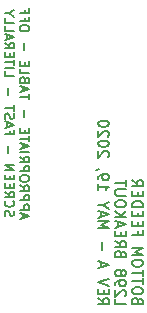
<source format=gbr>
G04 #@! TF.GenerationSoftware,KiCad,Pcbnew,5.99.0-unknown-ad88874~101~ubuntu20.04.1*
G04 #@! TF.CreationDate,2020-05-19T21:28:09-04:00*
G04 #@! TF.ProjectId,L298,4c323938-2e6b-4696-9361-645f70636258,rev?*
G04 #@! TF.SameCoordinates,Original*
G04 #@! TF.FileFunction,Legend,Bot*
G04 #@! TF.FilePolarity,Positive*
%FSLAX46Y46*%
G04 Gerber Fmt 4.6, Leading zero omitted, Abs format (unit mm)*
G04 Created by KiCad (PCBNEW 5.99.0-unknown-ad88874~101~ubuntu20.04.1) date 2020-05-19 21:28:09*
%MOMM*%
%LPD*%
G01*
G04 APERTURE LIST*
%ADD10C,0.200000*%
G04 APERTURE END LIST*
D10*
X102010666Y-124857142D02*
X102010666Y-124476190D01*
X101782095Y-124933333D02*
X102582095Y-124666666D01*
X101782095Y-124400000D01*
X101782095Y-124133333D02*
X102582095Y-124133333D01*
X102582095Y-123828571D01*
X102544000Y-123752380D01*
X102505904Y-123714285D01*
X102429714Y-123676190D01*
X102315428Y-123676190D01*
X102239238Y-123714285D01*
X102201142Y-123752380D01*
X102163047Y-123828571D01*
X102163047Y-124133333D01*
X101782095Y-123333333D02*
X102582095Y-123333333D01*
X102582095Y-123028571D01*
X102544000Y-122952380D01*
X102505904Y-122914285D01*
X102429714Y-122876190D01*
X102315428Y-122876190D01*
X102239238Y-122914285D01*
X102201142Y-122952380D01*
X102163047Y-123028571D01*
X102163047Y-123333333D01*
X101782095Y-122076190D02*
X102163047Y-122342857D01*
X101782095Y-122533333D02*
X102582095Y-122533333D01*
X102582095Y-122228571D01*
X102544000Y-122152380D01*
X102505904Y-122114285D01*
X102429714Y-122076190D01*
X102315428Y-122076190D01*
X102239238Y-122114285D01*
X102201142Y-122152380D01*
X102163047Y-122228571D01*
X102163047Y-122533333D01*
X102582095Y-121580952D02*
X102582095Y-121428571D01*
X102544000Y-121352380D01*
X102467809Y-121276190D01*
X102315428Y-121238095D01*
X102048761Y-121238095D01*
X101896380Y-121276190D01*
X101820190Y-121352380D01*
X101782095Y-121428571D01*
X101782095Y-121580952D01*
X101820190Y-121657142D01*
X101896380Y-121733333D01*
X102048761Y-121771428D01*
X102315428Y-121771428D01*
X102467809Y-121733333D01*
X102544000Y-121657142D01*
X102582095Y-121580952D01*
X101782095Y-120895238D02*
X102582095Y-120895238D01*
X102582095Y-120590476D01*
X102544000Y-120514285D01*
X102505904Y-120476190D01*
X102429714Y-120438095D01*
X102315428Y-120438095D01*
X102239238Y-120476190D01*
X102201142Y-120514285D01*
X102163047Y-120590476D01*
X102163047Y-120895238D01*
X101782095Y-119638095D02*
X102163047Y-119904761D01*
X101782095Y-120095238D02*
X102582095Y-120095238D01*
X102582095Y-119790476D01*
X102544000Y-119714285D01*
X102505904Y-119676190D01*
X102429714Y-119638095D01*
X102315428Y-119638095D01*
X102239238Y-119676190D01*
X102201142Y-119714285D01*
X102163047Y-119790476D01*
X102163047Y-120095238D01*
X101782095Y-119295238D02*
X102582095Y-119295238D01*
X102010666Y-118952380D02*
X102010666Y-118571428D01*
X101782095Y-119028571D02*
X102582095Y-118761904D01*
X101782095Y-118495238D01*
X102582095Y-118342857D02*
X102582095Y-117885714D01*
X101782095Y-118114285D02*
X102582095Y-118114285D01*
X102201142Y-117619047D02*
X102201142Y-117352380D01*
X101782095Y-117238095D02*
X101782095Y-117619047D01*
X102582095Y-117619047D01*
X102582095Y-117238095D01*
X102086857Y-116285714D02*
X102086857Y-115676190D01*
X102582095Y-114800000D02*
X102582095Y-114342857D01*
X101782095Y-114571428D02*
X102582095Y-114571428D01*
X102010666Y-114114285D02*
X102010666Y-113733333D01*
X101782095Y-114190476D02*
X102582095Y-113923809D01*
X101782095Y-113657142D01*
X102201142Y-113123809D02*
X102163047Y-113009523D01*
X102124952Y-112971428D01*
X102048761Y-112933333D01*
X101934476Y-112933333D01*
X101858285Y-112971428D01*
X101820190Y-113009523D01*
X101782095Y-113085714D01*
X101782095Y-113390476D01*
X102582095Y-113390476D01*
X102582095Y-113123809D01*
X102544000Y-113047619D01*
X102505904Y-113009523D01*
X102429714Y-112971428D01*
X102353523Y-112971428D01*
X102277333Y-113009523D01*
X102239238Y-113047619D01*
X102201142Y-113123809D01*
X102201142Y-113390476D01*
X101782095Y-112209523D02*
X101782095Y-112590476D01*
X102582095Y-112590476D01*
X102201142Y-111942857D02*
X102201142Y-111676190D01*
X101782095Y-111561904D02*
X101782095Y-111942857D01*
X102582095Y-111942857D01*
X102582095Y-111561904D01*
X102086857Y-110609523D02*
X102086857Y-110000000D01*
X102582095Y-108857142D02*
X102582095Y-108704761D01*
X102544000Y-108628571D01*
X102467809Y-108552380D01*
X102315428Y-108514285D01*
X102048761Y-108514285D01*
X101896380Y-108552380D01*
X101820190Y-108628571D01*
X101782095Y-108704761D01*
X101782095Y-108857142D01*
X101820190Y-108933333D01*
X101896380Y-109009523D01*
X102048761Y-109047619D01*
X102315428Y-109047619D01*
X102467809Y-109009523D01*
X102544000Y-108933333D01*
X102582095Y-108857142D01*
X102201142Y-107904761D02*
X102201142Y-108171428D01*
X101782095Y-108171428D02*
X102582095Y-108171428D01*
X102582095Y-107790476D01*
X102201142Y-107219047D02*
X102201142Y-107485714D01*
X101782095Y-107485714D02*
X102582095Y-107485714D01*
X102582095Y-107104761D01*
X100532190Y-124666666D02*
X100494095Y-124552380D01*
X100494095Y-124361904D01*
X100532190Y-124285714D01*
X100570285Y-124247619D01*
X100646476Y-124209523D01*
X100722666Y-124209523D01*
X100798857Y-124247619D01*
X100836952Y-124285714D01*
X100875047Y-124361904D01*
X100913142Y-124514285D01*
X100951238Y-124590476D01*
X100989333Y-124628571D01*
X101065523Y-124666666D01*
X101141714Y-124666666D01*
X101217904Y-124628571D01*
X101256000Y-124590476D01*
X101294095Y-124514285D01*
X101294095Y-124323809D01*
X101256000Y-124209523D01*
X100570285Y-123409523D02*
X100532190Y-123447619D01*
X100494095Y-123561904D01*
X100494095Y-123638095D01*
X100532190Y-123752380D01*
X100608380Y-123828571D01*
X100684571Y-123866666D01*
X100836952Y-123904761D01*
X100951238Y-123904761D01*
X101103619Y-123866666D01*
X101179809Y-123828571D01*
X101256000Y-123752380D01*
X101294095Y-123638095D01*
X101294095Y-123561904D01*
X101256000Y-123447619D01*
X101217904Y-123409523D01*
X100494095Y-122609523D02*
X100875047Y-122876190D01*
X100494095Y-123066666D02*
X101294095Y-123066666D01*
X101294095Y-122761904D01*
X101256000Y-122685714D01*
X101217904Y-122647619D01*
X101141714Y-122609523D01*
X101027428Y-122609523D01*
X100951238Y-122647619D01*
X100913142Y-122685714D01*
X100875047Y-122761904D01*
X100875047Y-123066666D01*
X100913142Y-122266666D02*
X100913142Y-122000000D01*
X100494095Y-121885714D02*
X100494095Y-122266666D01*
X101294095Y-122266666D01*
X101294095Y-121885714D01*
X100913142Y-121542857D02*
X100913142Y-121276190D01*
X100494095Y-121161904D02*
X100494095Y-121542857D01*
X101294095Y-121542857D01*
X101294095Y-121161904D01*
X100494095Y-120819047D02*
X101294095Y-120819047D01*
X100494095Y-120361904D01*
X101294095Y-120361904D01*
X100798857Y-119371428D02*
X100798857Y-118761904D01*
X100913142Y-117504761D02*
X100913142Y-117771428D01*
X100494095Y-117771428D02*
X101294095Y-117771428D01*
X101294095Y-117390476D01*
X100722666Y-117123809D02*
X100722666Y-116742857D01*
X100494095Y-117200000D02*
X101294095Y-116933333D01*
X100494095Y-116666666D01*
X100532190Y-116438095D02*
X100494095Y-116323809D01*
X100494095Y-116133333D01*
X100532190Y-116057142D01*
X100570285Y-116019047D01*
X100646476Y-115980952D01*
X100722666Y-115980952D01*
X100798857Y-116019047D01*
X100836952Y-116057142D01*
X100875047Y-116133333D01*
X100913142Y-116285714D01*
X100951238Y-116361904D01*
X100989333Y-116400000D01*
X101065523Y-116438095D01*
X101141714Y-116438095D01*
X101217904Y-116400000D01*
X101256000Y-116361904D01*
X101294095Y-116285714D01*
X101294095Y-116095238D01*
X101256000Y-115980952D01*
X101294095Y-115752380D02*
X101294095Y-115295238D01*
X100494095Y-115523809D02*
X101294095Y-115523809D01*
X100798857Y-114419047D02*
X100798857Y-113809523D01*
X100494095Y-112438095D02*
X100494095Y-112819047D01*
X101294095Y-112819047D01*
X100494095Y-112171428D02*
X101294095Y-112171428D01*
X101294095Y-111904761D02*
X101294095Y-111447619D01*
X100494095Y-111676190D02*
X101294095Y-111676190D01*
X100913142Y-111180952D02*
X100913142Y-110914285D01*
X100494095Y-110800000D02*
X100494095Y-111180952D01*
X101294095Y-111180952D01*
X101294095Y-110800000D01*
X100494095Y-110000000D02*
X100875047Y-110266666D01*
X100494095Y-110457142D02*
X101294095Y-110457142D01*
X101294095Y-110152380D01*
X101256000Y-110076190D01*
X101217904Y-110038095D01*
X101141714Y-110000000D01*
X101027428Y-110000000D01*
X100951238Y-110038095D01*
X100913142Y-110076190D01*
X100875047Y-110152380D01*
X100875047Y-110457142D01*
X100722666Y-109695238D02*
X100722666Y-109314285D01*
X100494095Y-109771428D02*
X101294095Y-109504761D01*
X100494095Y-109238095D01*
X100494095Y-108590476D02*
X100494095Y-108971428D01*
X101294095Y-108971428D01*
X100494095Y-107942857D02*
X100494095Y-108323809D01*
X101294095Y-108323809D01*
X100875047Y-107523809D02*
X100494095Y-107523809D01*
X101294095Y-107790476D02*
X100875047Y-107523809D01*
X101294095Y-107257142D01*
X111763285Y-131855714D02*
X111720428Y-131727142D01*
X111677571Y-131684285D01*
X111591857Y-131641428D01*
X111463285Y-131641428D01*
X111377571Y-131684285D01*
X111334714Y-131727142D01*
X111291857Y-131812857D01*
X111291857Y-132155714D01*
X112191857Y-132155714D01*
X112191857Y-131855714D01*
X112149000Y-131770000D01*
X112106142Y-131727142D01*
X112020428Y-131684285D01*
X111934714Y-131684285D01*
X111849000Y-131727142D01*
X111806142Y-131770000D01*
X111763285Y-131855714D01*
X111763285Y-132155714D01*
X112191857Y-131084285D02*
X112191857Y-130912857D01*
X112149000Y-130827142D01*
X112063285Y-130741428D01*
X111891857Y-130698571D01*
X111591857Y-130698571D01*
X111420428Y-130741428D01*
X111334714Y-130827142D01*
X111291857Y-130912857D01*
X111291857Y-131084285D01*
X111334714Y-131170000D01*
X111420428Y-131255714D01*
X111591857Y-131298571D01*
X111891857Y-131298571D01*
X112063285Y-131255714D01*
X112149000Y-131170000D01*
X112191857Y-131084285D01*
X112191857Y-130441428D02*
X112191857Y-129927142D01*
X111291857Y-130184285D02*
X112191857Y-130184285D01*
X112191857Y-129755714D02*
X112191857Y-129241428D01*
X111291857Y-129498571D02*
X112191857Y-129498571D01*
X112191857Y-128770000D02*
X112191857Y-128598571D01*
X112149000Y-128512857D01*
X112063285Y-128427142D01*
X111891857Y-128384285D01*
X111591857Y-128384285D01*
X111420428Y-128427142D01*
X111334714Y-128512857D01*
X111291857Y-128598571D01*
X111291857Y-128770000D01*
X111334714Y-128855714D01*
X111420428Y-128941428D01*
X111591857Y-128984285D01*
X111891857Y-128984285D01*
X112063285Y-128941428D01*
X112149000Y-128855714D01*
X112191857Y-128770000D01*
X111291857Y-127998571D02*
X112191857Y-127998571D01*
X111549000Y-127698571D01*
X112191857Y-127398571D01*
X111291857Y-127398571D01*
X111763285Y-125984285D02*
X111763285Y-126284285D01*
X111291857Y-126284285D02*
X112191857Y-126284285D01*
X112191857Y-125855714D01*
X111763285Y-125512857D02*
X111763285Y-125212857D01*
X111291857Y-125084285D02*
X111291857Y-125512857D01*
X112191857Y-125512857D01*
X112191857Y-125084285D01*
X111763285Y-124698571D02*
X111763285Y-124398571D01*
X111291857Y-124270000D02*
X111291857Y-124698571D01*
X112191857Y-124698571D01*
X112191857Y-124270000D01*
X111291857Y-123884285D02*
X112191857Y-123884285D01*
X112191857Y-123670000D01*
X112149000Y-123541428D01*
X112063285Y-123455714D01*
X111977571Y-123412857D01*
X111806142Y-123370000D01*
X111677571Y-123370000D01*
X111506142Y-123412857D01*
X111420428Y-123455714D01*
X111334714Y-123541428D01*
X111291857Y-123670000D01*
X111291857Y-123884285D01*
X111763285Y-122984285D02*
X111763285Y-122684285D01*
X111291857Y-122555714D02*
X111291857Y-122984285D01*
X112191857Y-122984285D01*
X112191857Y-122555714D01*
X111291857Y-121655714D02*
X111720428Y-121955714D01*
X111291857Y-122170000D02*
X112191857Y-122170000D01*
X112191857Y-121827142D01*
X112149000Y-121741428D01*
X112106142Y-121698571D01*
X112020428Y-121655714D01*
X111891857Y-121655714D01*
X111806142Y-121698571D01*
X111763285Y-121741428D01*
X111720428Y-121827142D01*
X111720428Y-122170000D01*
X109842857Y-131727142D02*
X109842857Y-132155714D01*
X110742857Y-132155714D01*
X110657142Y-131470000D02*
X110700000Y-131427142D01*
X110742857Y-131341428D01*
X110742857Y-131127142D01*
X110700000Y-131041428D01*
X110657142Y-130998571D01*
X110571428Y-130955714D01*
X110485714Y-130955714D01*
X110357142Y-130998571D01*
X109842857Y-131512857D01*
X109842857Y-130955714D01*
X109842857Y-130527142D02*
X109842857Y-130355714D01*
X109885714Y-130270000D01*
X109928571Y-130227142D01*
X110057142Y-130141428D01*
X110228571Y-130098571D01*
X110571428Y-130098571D01*
X110657142Y-130141428D01*
X110700000Y-130184285D01*
X110742857Y-130270000D01*
X110742857Y-130441428D01*
X110700000Y-130527142D01*
X110657142Y-130570000D01*
X110571428Y-130612857D01*
X110357142Y-130612857D01*
X110271428Y-130570000D01*
X110228571Y-130527142D01*
X110185714Y-130441428D01*
X110185714Y-130270000D01*
X110228571Y-130184285D01*
X110271428Y-130141428D01*
X110357142Y-130098571D01*
X110357142Y-129584285D02*
X110400000Y-129670000D01*
X110442857Y-129712857D01*
X110528571Y-129755714D01*
X110571428Y-129755714D01*
X110657142Y-129712857D01*
X110700000Y-129670000D01*
X110742857Y-129584285D01*
X110742857Y-129412857D01*
X110700000Y-129327142D01*
X110657142Y-129284285D01*
X110571428Y-129241428D01*
X110528571Y-129241428D01*
X110442857Y-129284285D01*
X110400000Y-129327142D01*
X110357142Y-129412857D01*
X110357142Y-129584285D01*
X110314285Y-129670000D01*
X110271428Y-129712857D01*
X110185714Y-129755714D01*
X110014285Y-129755714D01*
X109928571Y-129712857D01*
X109885714Y-129670000D01*
X109842857Y-129584285D01*
X109842857Y-129412857D01*
X109885714Y-129327142D01*
X109928571Y-129284285D01*
X110014285Y-129241428D01*
X110185714Y-129241428D01*
X110271428Y-129284285D01*
X110314285Y-129327142D01*
X110357142Y-129412857D01*
X110314285Y-127870000D02*
X110271428Y-127741428D01*
X110228571Y-127698571D01*
X110142857Y-127655714D01*
X110014285Y-127655714D01*
X109928571Y-127698571D01*
X109885714Y-127741428D01*
X109842857Y-127827142D01*
X109842857Y-128170000D01*
X110742857Y-128170000D01*
X110742857Y-127870000D01*
X110700000Y-127784285D01*
X110657142Y-127741428D01*
X110571428Y-127698571D01*
X110485714Y-127698571D01*
X110400000Y-127741428D01*
X110357142Y-127784285D01*
X110314285Y-127870000D01*
X110314285Y-128170000D01*
X109842857Y-126755714D02*
X110271428Y-127055714D01*
X109842857Y-127270000D02*
X110742857Y-127270000D01*
X110742857Y-126927142D01*
X110700000Y-126841428D01*
X110657142Y-126798571D01*
X110571428Y-126755714D01*
X110442857Y-126755714D01*
X110357142Y-126798571D01*
X110314285Y-126841428D01*
X110271428Y-126927142D01*
X110271428Y-127270000D01*
X110314285Y-126370000D02*
X110314285Y-126070000D01*
X109842857Y-125941428D02*
X109842857Y-126370000D01*
X110742857Y-126370000D01*
X110742857Y-125941428D01*
X110100000Y-125598571D02*
X110100000Y-125170000D01*
X109842857Y-125684285D02*
X110742857Y-125384285D01*
X109842857Y-125084285D01*
X109842857Y-124784285D02*
X110742857Y-124784285D01*
X109842857Y-124270000D02*
X110357142Y-124655714D01*
X110742857Y-124270000D02*
X110228571Y-124784285D01*
X110742857Y-123712857D02*
X110742857Y-123541428D01*
X110700000Y-123455714D01*
X110614285Y-123370000D01*
X110442857Y-123327142D01*
X110142857Y-123327142D01*
X109971428Y-123370000D01*
X109885714Y-123455714D01*
X109842857Y-123541428D01*
X109842857Y-123712857D01*
X109885714Y-123798571D01*
X109971428Y-123884285D01*
X110142857Y-123927142D01*
X110442857Y-123927142D01*
X110614285Y-123884285D01*
X110700000Y-123798571D01*
X110742857Y-123712857D01*
X110742857Y-122941428D02*
X110014285Y-122941428D01*
X109928571Y-122898571D01*
X109885714Y-122855714D01*
X109842857Y-122770000D01*
X109842857Y-122598571D01*
X109885714Y-122512857D01*
X109928571Y-122470000D01*
X110014285Y-122427142D01*
X110742857Y-122427142D01*
X110742857Y-122127142D02*
X110742857Y-121612857D01*
X109842857Y-121870000D02*
X110742857Y-121870000D01*
X108393857Y-131641428D02*
X108822428Y-131941428D01*
X108393857Y-132155714D02*
X109293857Y-132155714D01*
X109293857Y-131812857D01*
X109251000Y-131727142D01*
X109208142Y-131684285D01*
X109122428Y-131641428D01*
X108993857Y-131641428D01*
X108908142Y-131684285D01*
X108865285Y-131727142D01*
X108822428Y-131812857D01*
X108822428Y-132155714D01*
X108865285Y-131255714D02*
X108865285Y-130955714D01*
X108393857Y-130827142D02*
X108393857Y-131255714D01*
X109293857Y-131255714D01*
X109293857Y-130827142D01*
X109293857Y-130570000D02*
X108393857Y-130270000D01*
X109293857Y-129970000D01*
X108651000Y-129027142D02*
X108651000Y-128598571D01*
X108393857Y-129112857D02*
X109293857Y-128812857D01*
X108393857Y-128512857D01*
X108736714Y-127527142D02*
X108736714Y-126841428D01*
X108393857Y-125727142D02*
X109293857Y-125727142D01*
X108651000Y-125427142D01*
X109293857Y-125127142D01*
X108393857Y-125127142D01*
X108651000Y-124741428D02*
X108651000Y-124312857D01*
X108393857Y-124827142D02*
X109293857Y-124527142D01*
X108393857Y-124227142D01*
X108822428Y-123755714D02*
X108393857Y-123755714D01*
X109293857Y-124055714D02*
X108822428Y-123755714D01*
X109293857Y-123455714D01*
X108393857Y-121998571D02*
X108393857Y-122512857D01*
X108393857Y-122255714D02*
X109293857Y-122255714D01*
X109165285Y-122341428D01*
X109079571Y-122427142D01*
X109036714Y-122512857D01*
X108393857Y-121570000D02*
X108393857Y-121398571D01*
X108436714Y-121312857D01*
X108479571Y-121270000D01*
X108608142Y-121184285D01*
X108779571Y-121141428D01*
X109122428Y-121141428D01*
X109208142Y-121184285D01*
X109251000Y-121227142D01*
X109293857Y-121312857D01*
X109293857Y-121484285D01*
X109251000Y-121570000D01*
X109208142Y-121612857D01*
X109122428Y-121655714D01*
X108908142Y-121655714D01*
X108822428Y-121612857D01*
X108779571Y-121570000D01*
X108736714Y-121484285D01*
X108736714Y-121312857D01*
X108779571Y-121227142D01*
X108822428Y-121184285D01*
X108908142Y-121141428D01*
X108436714Y-120712857D02*
X108393857Y-120712857D01*
X108308142Y-120755714D01*
X108265285Y-120798571D01*
X109208142Y-119684285D02*
X109251000Y-119641428D01*
X109293857Y-119555714D01*
X109293857Y-119341428D01*
X109251000Y-119255714D01*
X109208142Y-119212857D01*
X109122428Y-119170000D01*
X109036714Y-119170000D01*
X108908142Y-119212857D01*
X108393857Y-119727142D01*
X108393857Y-119170000D01*
X109293857Y-118612857D02*
X109293857Y-118527142D01*
X109251000Y-118441428D01*
X109208142Y-118398571D01*
X109122428Y-118355714D01*
X108951000Y-118312857D01*
X108736714Y-118312857D01*
X108565285Y-118355714D01*
X108479571Y-118398571D01*
X108436714Y-118441428D01*
X108393857Y-118527142D01*
X108393857Y-118612857D01*
X108436714Y-118698571D01*
X108479571Y-118741428D01*
X108565285Y-118784285D01*
X108736714Y-118827142D01*
X108951000Y-118827142D01*
X109122428Y-118784285D01*
X109208142Y-118741428D01*
X109251000Y-118698571D01*
X109293857Y-118612857D01*
X109208142Y-117970000D02*
X109251000Y-117927142D01*
X109293857Y-117841428D01*
X109293857Y-117627142D01*
X109251000Y-117541428D01*
X109208142Y-117498571D01*
X109122428Y-117455714D01*
X109036714Y-117455714D01*
X108908142Y-117498571D01*
X108393857Y-118012857D01*
X108393857Y-117455714D01*
X109293857Y-116898571D02*
X109293857Y-116812857D01*
X109251000Y-116727142D01*
X109208142Y-116684285D01*
X109122428Y-116641428D01*
X108951000Y-116598571D01*
X108736714Y-116598571D01*
X108565285Y-116641428D01*
X108479571Y-116684285D01*
X108436714Y-116727142D01*
X108393857Y-116812857D01*
X108393857Y-116898571D01*
X108436714Y-116984285D01*
X108479571Y-117027142D01*
X108565285Y-117070000D01*
X108736714Y-117112857D01*
X108951000Y-117112857D01*
X109122428Y-117070000D01*
X109208142Y-117027142D01*
X109251000Y-116984285D01*
X109293857Y-116898571D01*
M02*

</source>
